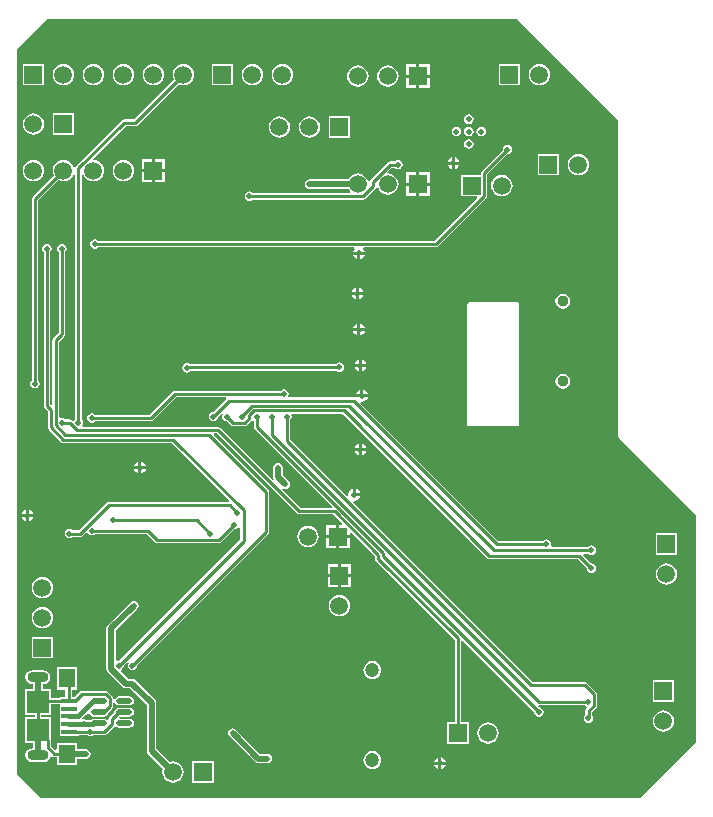
<source format=gbl>
G04*
G04 #@! TF.GenerationSoftware,Altium Limited,Altium Designer,19.1.8 (144)*
G04*
G04 Layer_Physical_Order=2*
G04 Layer_Color=16711680*
%FSLAX25Y25*%
%MOIN*%
G70*
G01*
G75*
%ADD16C,0.01000*%
%ADD75C,0.01968*%
%ADD77C,0.01500*%
%ADD78R,0.05906X0.05906*%
%ADD79C,0.05906*%
%ADD80C,0.03740*%
%ADD81R,0.05906X0.05906*%
%ADD82C,0.01968*%
%ADD83O,0.07087X0.03543*%
%ADD84C,0.04724*%
%ADD85O,0.05315X0.01772*%
%ADD86R,0.05315X0.01575*%
%ADD87R,0.05512X0.06299*%
%ADD88R,0.07480X0.07480*%
G36*
X267578Y360480D02*
X290279Y337779D01*
X298279Y329779D01*
X301481Y326578D01*
Y221500D01*
X301558Y221110D01*
X301779Y220779D01*
X327481Y195078D01*
X327481Y119422D01*
X309078Y101020D01*
X108904D01*
X101020Y108440D01*
Y350578D01*
X110922Y360480D01*
X267578Y360480D01*
D02*
G37*
%LPC*%
G36*
X238587Y345453D02*
X235134D01*
Y342000D01*
X238587D01*
Y345453D01*
D02*
G37*
G36*
X234134D02*
X230681D01*
Y342000D01*
X234134D01*
Y345453D01*
D02*
G37*
G36*
X173043Y345543D02*
X165957D01*
Y338457D01*
X173043D01*
Y345543D01*
D02*
G37*
G36*
X110043D02*
X102957D01*
Y338457D01*
X110043D01*
Y345543D01*
D02*
G37*
G36*
X268677Y345543D02*
X261591D01*
Y338457D01*
X268677D01*
Y345543D01*
D02*
G37*
G36*
X189500Y345574D02*
X188575Y345452D01*
X187713Y345095D01*
X186973Y344527D01*
X186405Y343787D01*
X186048Y342925D01*
X185926Y342000D01*
X186048Y341075D01*
X186405Y340213D01*
X186973Y339473D01*
X187713Y338905D01*
X188575Y338548D01*
X189500Y338426D01*
X190425Y338548D01*
X191287Y338905D01*
X192027Y339473D01*
X192595Y340213D01*
X192952Y341075D01*
X193074Y342000D01*
X192952Y342925D01*
X192595Y343787D01*
X192027Y344527D01*
X191287Y345095D01*
X190425Y345452D01*
X189500Y345574D01*
D02*
G37*
G36*
X179500D02*
X178575Y345452D01*
X177713Y345095D01*
X176973Y344527D01*
X176405Y343787D01*
X176048Y342925D01*
X175926Y342000D01*
X176048Y341075D01*
X176405Y340213D01*
X176973Y339473D01*
X177713Y338905D01*
X178575Y338548D01*
X179500Y338426D01*
X180425Y338548D01*
X181287Y338905D01*
X182027Y339473D01*
X182595Y340213D01*
X182952Y341075D01*
X183074Y342000D01*
X182952Y342925D01*
X182595Y343787D01*
X182027Y344527D01*
X181287Y345095D01*
X180425Y345452D01*
X179500Y345574D01*
D02*
G37*
G36*
X156500D02*
X155575Y345452D01*
X154713Y345095D01*
X153973Y344527D01*
X153405Y343787D01*
X153048Y342925D01*
X152926Y342000D01*
X153048Y341075D01*
X153328Y340400D01*
X140022Y327094D01*
X136764D01*
X136764Y327094D01*
X136339Y327010D01*
X135978Y326769D01*
X135978Y326769D01*
X120714Y311504D01*
X120473Y311144D01*
X119979Y310965D01*
X119930Y310978D01*
X119595Y311787D01*
X119027Y312527D01*
X118287Y313095D01*
X117425Y313452D01*
X116500Y313574D01*
X115575Y313452D01*
X114713Y313095D01*
X113973Y312527D01*
X113405Y311787D01*
X113048Y310925D01*
X112926Y310000D01*
X113048Y309075D01*
X113328Y308400D01*
X106214Y301286D01*
X105973Y300925D01*
X105888Y300500D01*
X105888Y300500D01*
Y240151D01*
X105865Y240135D01*
X105517Y239615D01*
X105394Y239000D01*
X105517Y238386D01*
X105865Y237865D01*
X106386Y237517D01*
X107000Y237394D01*
X107615Y237517D01*
X108135Y237865D01*
X108483Y238386D01*
X108606Y239000D01*
X108483Y239615D01*
X108135Y240135D01*
X108112Y240151D01*
Y300039D01*
X114900Y306827D01*
X115575Y306548D01*
X116500Y306426D01*
X117425Y306548D01*
X118287Y306905D01*
X119027Y307473D01*
X119595Y308213D01*
X119888Y308921D01*
X120388Y308821D01*
Y227151D01*
X120365Y227135D01*
X120102Y226743D01*
X119542Y226596D01*
X119352Y226786D01*
X118991Y227027D01*
X118566Y227112D01*
X118566Y227112D01*
X117151D01*
X117135Y227135D01*
X116614Y227483D01*
X116000Y227606D01*
X115537Y227514D01*
X115037Y227806D01*
Y252941D01*
X116786Y254690D01*
X117027Y255051D01*
X117112Y255477D01*
X117112Y255477D01*
Y282849D01*
X117135Y282865D01*
X117483Y283385D01*
X117606Y284000D01*
X117483Y284614D01*
X117135Y285135D01*
X116614Y285483D01*
X116000Y285606D01*
X115385Y285483D01*
X114865Y285135D01*
X114517Y284614D01*
X114394Y284000D01*
X114517Y283385D01*
X114865Y282865D01*
X114888Y282849D01*
Y255937D01*
X113139Y254188D01*
X112898Y253827D01*
X112813Y253402D01*
X112813Y253402D01*
Y232227D01*
X112313Y231981D01*
X112112Y232135D01*
Y282849D01*
X112135Y282865D01*
X112483Y283385D01*
X112606Y284000D01*
X112483Y284614D01*
X112135Y285135D01*
X111615Y285483D01*
X111000Y285606D01*
X110386Y285483D01*
X109865Y285135D01*
X109517Y284614D01*
X109394Y284000D01*
X109517Y283385D01*
X109865Y282865D01*
X109888Y282849D01*
Y231500D01*
X109888Y231500D01*
X109973Y231075D01*
X110214Y230714D01*
X111223Y229705D01*
Y224482D01*
X111223Y224482D01*
X111307Y224056D01*
X111548Y223695D01*
X115711Y219533D01*
X115711Y219533D01*
X116072Y219292D01*
X116498Y219207D01*
X116498Y219207D01*
X152655D01*
X171750Y200112D01*
X171543Y199612D01*
X131566D01*
X131566Y199612D01*
X131140Y199527D01*
X130780Y199286D01*
X121605Y190112D01*
X119651D01*
X119635Y190135D01*
X119114Y190483D01*
X118500Y190606D01*
X117885Y190483D01*
X117365Y190135D01*
X117017Y189614D01*
X116894Y189000D01*
X117017Y188385D01*
X117365Y187865D01*
X117885Y187517D01*
X118500Y187394D01*
X119114Y187517D01*
X119635Y187865D01*
X119651Y187888D01*
X122066D01*
X122066Y187888D01*
X122491Y187973D01*
X122852Y188214D01*
X124042Y189404D01*
X124602Y189257D01*
X124865Y188865D01*
X125385Y188517D01*
X126000Y188394D01*
X126614Y188517D01*
X127135Y188865D01*
X127151Y188888D01*
X144313D01*
X147062Y186139D01*
X147062Y186139D01*
X147423Y185898D01*
X147848Y185813D01*
X168425D01*
X168425Y185813D01*
X168851Y185898D01*
X169211Y186139D01*
X173472Y190400D01*
X173500Y190394D01*
X174115Y190517D01*
X174635Y190865D01*
X174963Y191355D01*
X174999Y191360D01*
X175463Y191094D01*
Y187035D01*
X135028Y146600D01*
X135000Y146606D01*
X134547Y146516D01*
X134047Y146812D01*
Y156776D01*
X141135Y163865D01*
X141483Y164385D01*
X141606Y165000D01*
X141483Y165614D01*
X141135Y166135D01*
X140614Y166483D01*
X140000Y166606D01*
X139385Y166483D01*
X138865Y166135D01*
X131306Y158576D01*
X130957Y158055D01*
X130835Y157441D01*
X130835Y157441D01*
Y143940D01*
X130835Y143940D01*
X130957Y143325D01*
X131306Y142805D01*
X136246Y137865D01*
X136767Y137517D01*
X137381Y137394D01*
X137381Y137394D01*
X138835D01*
X144268Y131962D01*
Y116627D01*
X144268Y116627D01*
X144390Y116012D01*
X144738Y115491D01*
X149623Y110606D01*
X149548Y110425D01*
X149426Y109500D01*
X149548Y108575D01*
X149905Y107713D01*
X150473Y106973D01*
X151213Y106405D01*
X152075Y106048D01*
X153000Y105926D01*
X153925Y106048D01*
X154787Y106405D01*
X155527Y106973D01*
X156095Y107713D01*
X156452Y108575D01*
X156574Y109500D01*
X156452Y110425D01*
X156095Y111287D01*
X155527Y112027D01*
X154787Y112595D01*
X153925Y112952D01*
X153000Y113074D01*
X152075Y112952D01*
X151894Y112877D01*
X147479Y117292D01*
Y132627D01*
X147479Y132627D01*
X147357Y133241D01*
X147009Y133762D01*
X140635Y140135D01*
X140635Y140135D01*
X140114Y140483D01*
X139500Y140606D01*
X138046D01*
X135608Y143044D01*
X135751Y143608D01*
X136135Y143865D01*
X136483Y144386D01*
X136606Y145000D01*
X136600Y145028D01*
X137842Y146270D01*
X137885Y146294D01*
X138263Y145984D01*
X138197Y145884D01*
X138017Y145615D01*
X137894Y145000D01*
X138017Y144386D01*
X138365Y143865D01*
X138885Y143517D01*
X139500Y143394D01*
X140114Y143517D01*
X140635Y143865D01*
X140983Y144386D01*
X141106Y145000D01*
X141100Y145028D01*
X184786Y188714D01*
X184786Y188714D01*
X185027Y189075D01*
X185112Y189500D01*
Y203000D01*
X185027Y203426D01*
X184786Y203786D01*
X166646Y221926D01*
X166838Y222388D01*
X167605D01*
X194280Y195714D01*
X194280Y195714D01*
X194640Y195473D01*
X195066Y195388D01*
X195066Y195388D01*
X206487D01*
X209461Y192415D01*
X209269Y191953D01*
X208500D01*
Y188500D01*
X211953D01*
Y189269D01*
X212415Y189461D01*
X220388Y181487D01*
Y180552D01*
X220388Y180552D01*
X220473Y180127D01*
X220714Y179766D01*
X246888Y153592D01*
Y126043D01*
X244457D01*
Y118957D01*
X251543D01*
Y126043D01*
X249112D01*
Y153162D01*
X249574Y153354D01*
X273400Y129528D01*
X273394Y129500D01*
X273517Y128885D01*
X273865Y128365D01*
X274386Y128017D01*
X275000Y127894D01*
X275615Y128017D01*
X276135Y128365D01*
X276483Y128885D01*
X276606Y129500D01*
X276483Y130114D01*
X276135Y130635D01*
X275615Y130983D01*
X275000Y131106D01*
X274972Y131100D01*
X274618Y131454D01*
X274865Y131915D01*
X275000Y131888D01*
X275000Y131888D01*
X290099D01*
X290115Y131865D01*
X290635Y131517D01*
X290805Y131483D01*
X290969Y130940D01*
X290800Y130771D01*
X290559Y130410D01*
X290474Y129984D01*
X290474Y129984D01*
Y128708D01*
X290365Y128635D01*
X290017Y128114D01*
X289894Y127500D01*
X290017Y126885D01*
X290365Y126365D01*
X290885Y126017D01*
X291500Y125894D01*
X292114Y126017D01*
X292635Y126365D01*
X292983Y126885D01*
X293106Y127500D01*
X292983Y128114D01*
X292698Y128542D01*
Y129524D01*
X294111Y130937D01*
X294111Y130937D01*
X294352Y131298D01*
X294437Y131723D01*
X294437Y131723D01*
Y135410D01*
X294437Y135411D01*
X294352Y135836D01*
X294111Y136197D01*
X294111Y136197D01*
X291022Y139286D01*
X290661Y139527D01*
X290235Y139612D01*
X290235Y139612D01*
X272961D01*
X213007Y199565D01*
X213254Y200026D01*
X213500Y199977D01*
X214274Y200131D01*
X214931Y200569D01*
X215369Y201226D01*
X215424Y201500D01*
X213500D01*
Y202000D01*
X213000D01*
Y203924D01*
X212726Y203869D01*
X212069Y203431D01*
X211631Y202774D01*
X211477Y202000D01*
X211526Y201754D01*
X211065Y201507D01*
X192112Y220461D01*
Y226849D01*
X192135Y226865D01*
X192483Y227385D01*
X192606Y228000D01*
X192514Y228463D01*
X192806Y228963D01*
X209465D01*
X257714Y180714D01*
X258074Y180473D01*
X258500Y180388D01*
X288039D01*
X290900Y177528D01*
X290894Y177500D01*
X291017Y176885D01*
X291365Y176365D01*
X291885Y176017D01*
X292500Y175894D01*
X293114Y176017D01*
X293635Y176365D01*
X293983Y176885D01*
X294106Y177500D01*
X293983Y178114D01*
X293635Y178635D01*
X293114Y178983D01*
X292500Y179106D01*
X292472Y179100D01*
X289759Y181813D01*
X289966Y182313D01*
X291441D01*
X291885Y182017D01*
X292500Y181894D01*
X293114Y182017D01*
X293635Y182365D01*
X293983Y182886D01*
X294106Y183500D01*
X293983Y184115D01*
X293635Y184635D01*
X293114Y184983D01*
X292500Y185106D01*
X291885Y184983D01*
X291365Y184635D01*
X291299Y184537D01*
X279306D01*
X279014Y185037D01*
X279106Y185500D01*
X278983Y186115D01*
X278635Y186635D01*
X278115Y186983D01*
X277500Y187106D01*
X276886Y186983D01*
X276365Y186635D01*
X276349Y186612D01*
X261461D01*
X215507Y232565D01*
X215754Y233026D01*
X216000Y232977D01*
X216774Y233131D01*
X217431Y233569D01*
X217869Y234226D01*
X217924Y234500D01*
X213908D01*
X213846Y234444D01*
X213607Y234296D01*
X213244Y234368D01*
X213244Y234368D01*
X191668D01*
X191432Y234809D01*
X191483Y234886D01*
X191606Y235500D01*
X191483Y236115D01*
X191135Y236635D01*
X190614Y236983D01*
X190000Y237106D01*
X189385Y236983D01*
X188865Y236635D01*
X188849Y236612D01*
X153631D01*
X153631Y236612D01*
X153206Y236527D01*
X152845Y236286D01*
X145170Y228612D01*
X127151D01*
X127135Y228635D01*
X126614Y228983D01*
X126000Y229106D01*
X125385Y228983D01*
X124865Y228635D01*
X124517Y228115D01*
X124394Y227500D01*
X124517Y226886D01*
X124865Y226365D01*
X125385Y226017D01*
X126000Y225894D01*
X126614Y226017D01*
X127135Y226365D01*
X127151Y226388D01*
X145631D01*
X145631Y226388D01*
X146057Y226473D01*
X146417Y226714D01*
X154092Y234388D01*
X170608D01*
X170816Y233888D01*
X166528Y229600D01*
X166500Y229606D01*
X165885Y229483D01*
X165365Y229135D01*
X165017Y228614D01*
X164894Y228000D01*
X165017Y227385D01*
X165365Y226865D01*
X165885Y226517D01*
X166500Y226394D01*
X167114Y226517D01*
X167635Y226865D01*
X167983Y227385D01*
X168106Y228000D01*
X168100Y228028D01*
X169342Y229270D01*
X169385Y229294D01*
X169763Y228984D01*
X169697Y228884D01*
X169517Y228614D01*
X169394Y228000D01*
X169517Y227385D01*
X169865Y226865D01*
X170386Y226517D01*
X171000Y226394D01*
X171028Y226400D01*
X172289Y225139D01*
X172649Y224898D01*
X173075Y224813D01*
X173075Y224813D01*
X176859D01*
X176859Y224813D01*
X177285Y224898D01*
X177646Y225139D01*
X179286Y226780D01*
X179714Y226541D01*
X179888Y226388D01*
Y224697D01*
X179888Y224697D01*
X179973Y224272D01*
X180214Y223911D01*
X206051Y198074D01*
X205859Y197612D01*
X195526D01*
X189396Y203742D01*
X189715Y204131D01*
X189885Y204017D01*
X190500Y203894D01*
X191114Y204017D01*
X191635Y204365D01*
X191983Y204886D01*
X192106Y205500D01*
X191983Y206115D01*
X191635Y206635D01*
X191635Y206635D01*
X189606Y208665D01*
Y211000D01*
X189483Y211614D01*
X189135Y212135D01*
X188614Y212483D01*
X188000Y212606D01*
X187385Y212483D01*
X186865Y212135D01*
X186517Y211614D01*
X186394Y211000D01*
Y208000D01*
X186394Y208000D01*
X186517Y207385D01*
X186631Y207215D01*
X186242Y206896D01*
X168852Y224286D01*
X168491Y224527D01*
X168066Y224612D01*
X168066Y224612D01*
X123068D01*
X122801Y225112D01*
X122983Y225385D01*
X123106Y226000D01*
X122983Y226614D01*
X122635Y227135D01*
X122612Y227151D01*
Y308821D01*
X123112Y308921D01*
X123405Y308213D01*
X123973Y307473D01*
X124713Y306905D01*
X125575Y306548D01*
X126500Y306426D01*
X127425Y306548D01*
X128287Y306905D01*
X129027Y307473D01*
X129595Y308213D01*
X129952Y309075D01*
X130074Y310000D01*
X129952Y310925D01*
X129595Y311787D01*
X129027Y312527D01*
X128287Y313095D01*
X127425Y313452D01*
X126620Y313558D01*
X126372Y314018D01*
X137225Y324870D01*
X140482D01*
X140482Y324870D01*
X140908Y324955D01*
X141269Y325196D01*
X154900Y338827D01*
X155575Y338548D01*
X156500Y338426D01*
X157425Y338548D01*
X158287Y338905D01*
X159027Y339473D01*
X159595Y340213D01*
X159952Y341075D01*
X160074Y342000D01*
X159952Y342925D01*
X159595Y343787D01*
X159027Y344527D01*
X158287Y345095D01*
X157425Y345452D01*
X156500Y345574D01*
D02*
G37*
G36*
X146500D02*
X145575Y345452D01*
X144713Y345095D01*
X143973Y344527D01*
X143405Y343787D01*
X143048Y342925D01*
X142926Y342000D01*
X143048Y341075D01*
X143405Y340213D01*
X143973Y339473D01*
X144713Y338905D01*
X145575Y338548D01*
X146500Y338426D01*
X147425Y338548D01*
X148287Y338905D01*
X149027Y339473D01*
X149595Y340213D01*
X149952Y341075D01*
X150074Y342000D01*
X149952Y342925D01*
X149595Y343787D01*
X149027Y344527D01*
X148287Y345095D01*
X147425Y345452D01*
X146500Y345574D01*
D02*
G37*
G36*
X136500D02*
X135575Y345452D01*
X134713Y345095D01*
X133973Y344527D01*
X133405Y343787D01*
X133048Y342925D01*
X132926Y342000D01*
X133048Y341075D01*
X133405Y340213D01*
X133973Y339473D01*
X134713Y338905D01*
X135575Y338548D01*
X136500Y338426D01*
X137425Y338548D01*
X138287Y338905D01*
X139027Y339473D01*
X139595Y340213D01*
X139952Y341075D01*
X140074Y342000D01*
X139952Y342925D01*
X139595Y343787D01*
X139027Y344527D01*
X138287Y345095D01*
X137425Y345452D01*
X136500Y345574D01*
D02*
G37*
G36*
X126500D02*
X125575Y345452D01*
X124713Y345095D01*
X123973Y344527D01*
X123405Y343787D01*
X123048Y342925D01*
X122926Y342000D01*
X123048Y341075D01*
X123405Y340213D01*
X123973Y339473D01*
X124713Y338905D01*
X125575Y338548D01*
X126500Y338426D01*
X127425Y338548D01*
X128287Y338905D01*
X129027Y339473D01*
X129595Y340213D01*
X129952Y341075D01*
X130074Y342000D01*
X129952Y342925D01*
X129595Y343787D01*
X129027Y344527D01*
X128287Y345095D01*
X127425Y345452D01*
X126500Y345574D01*
D02*
G37*
G36*
X116500D02*
X115575Y345452D01*
X114713Y345095D01*
X113973Y344527D01*
X113405Y343787D01*
X113048Y342925D01*
X112926Y342000D01*
X113048Y341075D01*
X113405Y340213D01*
X113973Y339473D01*
X114713Y338905D01*
X115575Y338548D01*
X116500Y338426D01*
X117425Y338548D01*
X118287Y338905D01*
X119027Y339473D01*
X119595Y340213D01*
X119952Y341075D01*
X120074Y342000D01*
X119952Y342925D01*
X119595Y343787D01*
X119027Y344527D01*
X118287Y345095D01*
X117425Y345452D01*
X116500Y345574D01*
D02*
G37*
G36*
X275134Y345574D02*
X274209Y345452D01*
X273347Y345095D01*
X272607Y344527D01*
X272039Y343787D01*
X271682Y342925D01*
X271560Y342000D01*
X271682Y341075D01*
X272039Y340213D01*
X272607Y339473D01*
X273347Y338905D01*
X274209Y338548D01*
X275134Y338426D01*
X276059Y338548D01*
X276921Y338905D01*
X277661Y339473D01*
X278229Y340213D01*
X278586Y341075D01*
X278708Y342000D01*
X278586Y342925D01*
X278229Y343787D01*
X277661Y344527D01*
X276921Y345095D01*
X276059Y345452D01*
X275134Y345574D01*
D02*
G37*
G36*
X224634Y345074D02*
X223709Y344952D01*
X222847Y344595D01*
X222107Y344027D01*
X221539Y343287D01*
X221182Y342425D01*
X221060Y341500D01*
X221182Y340575D01*
X221539Y339713D01*
X222107Y338973D01*
X222847Y338405D01*
X223709Y338048D01*
X224634Y337926D01*
X225559Y338048D01*
X226421Y338405D01*
X227161Y338973D01*
X227729Y339713D01*
X228086Y340575D01*
X228208Y341500D01*
X228086Y342425D01*
X227729Y343287D01*
X227161Y344027D01*
X226421Y344595D01*
X225559Y344952D01*
X224634Y345074D01*
D02*
G37*
G36*
X214634D02*
X213709Y344952D01*
X212847Y344595D01*
X212107Y344027D01*
X211539Y343287D01*
X211182Y342425D01*
X211060Y341500D01*
X211182Y340575D01*
X211539Y339713D01*
X212107Y338973D01*
X212847Y338405D01*
X213709Y338048D01*
X214634Y337926D01*
X215559Y338048D01*
X216421Y338405D01*
X217161Y338973D01*
X217729Y339713D01*
X218086Y340575D01*
X218208Y341500D01*
X218086Y342425D01*
X217729Y343287D01*
X217161Y344027D01*
X216421Y344595D01*
X215559Y344952D01*
X214634Y345074D01*
D02*
G37*
G36*
X238587Y341000D02*
X235134D01*
Y337547D01*
X238587D01*
Y341000D01*
D02*
G37*
G36*
X234134D02*
X230681D01*
Y337547D01*
X234134D01*
Y341000D01*
D02*
G37*
G36*
X251634Y328740D02*
X251019Y328617D01*
X250499Y328269D01*
X250150Y327748D01*
X250028Y327134D01*
X250150Y326519D01*
X250499Y325998D01*
X251019Y325650D01*
X251634Y325528D01*
X252248Y325650D01*
X252769Y325998D01*
X253117Y326519D01*
X253239Y327134D01*
X253117Y327748D01*
X252769Y328269D01*
X252248Y328617D01*
X251634Y328740D01*
D02*
G37*
G36*
X120043Y329043D02*
X112957D01*
Y321957D01*
X120043D01*
Y329043D01*
D02*
G37*
G36*
X106500Y329074D02*
X105575Y328952D01*
X104713Y328595D01*
X103973Y328027D01*
X103405Y327287D01*
X103048Y326425D01*
X102926Y325500D01*
X103048Y324575D01*
X103405Y323713D01*
X103973Y322973D01*
X104713Y322405D01*
X105575Y322048D01*
X106500Y321926D01*
X107425Y322048D01*
X108287Y322405D01*
X109027Y322973D01*
X109595Y323713D01*
X109952Y324575D01*
X110074Y325500D01*
X109952Y326425D01*
X109595Y327287D01*
X109027Y328027D01*
X108287Y328595D01*
X107425Y328952D01*
X106500Y329074D01*
D02*
G37*
G36*
X255768Y324606D02*
X255153Y324483D01*
X254632Y324135D01*
X254284Y323615D01*
X254162Y323000D01*
X254284Y322386D01*
X254632Y321865D01*
X255153Y321517D01*
X255768Y321394D01*
X256382Y321517D01*
X256903Y321865D01*
X257251Y322386D01*
X257373Y323000D01*
X257251Y323615D01*
X256903Y324135D01*
X256382Y324483D01*
X255768Y324606D01*
D02*
G37*
G36*
X251634D02*
X251019Y324483D01*
X250499Y324135D01*
X250150Y323615D01*
X250028Y323000D01*
X250150Y322386D01*
X250499Y321865D01*
X251019Y321517D01*
X251634Y321394D01*
X252248Y321517D01*
X252769Y321865D01*
X253117Y322386D01*
X253239Y323000D01*
X253117Y323615D01*
X252769Y324135D01*
X252248Y324483D01*
X251634Y324606D01*
D02*
G37*
G36*
X247500D02*
X246885Y324483D01*
X246365Y324135D01*
X246017Y323615D01*
X245894Y323000D01*
X246017Y322386D01*
X246365Y321865D01*
X246885Y321517D01*
X247500Y321394D01*
X248114Y321517D01*
X248635Y321865D01*
X248983Y322386D01*
X249106Y323000D01*
X248983Y323615D01*
X248635Y324135D01*
X248114Y324483D01*
X247500Y324606D01*
D02*
G37*
G36*
X212043Y328043D02*
X204957D01*
Y320957D01*
X212043D01*
Y328043D01*
D02*
G37*
G36*
X198500Y328074D02*
X197575Y327952D01*
X196713Y327595D01*
X195973Y327027D01*
X195405Y326287D01*
X195048Y325425D01*
X194926Y324500D01*
X195048Y323575D01*
X195405Y322713D01*
X195973Y321973D01*
X196713Y321405D01*
X197575Y321048D01*
X198500Y320926D01*
X199425Y321048D01*
X200287Y321405D01*
X201027Y321973D01*
X201595Y322713D01*
X201952Y323575D01*
X202074Y324500D01*
X201952Y325425D01*
X201595Y326287D01*
X201027Y327027D01*
X200287Y327595D01*
X199425Y327952D01*
X198500Y328074D01*
D02*
G37*
G36*
X188500D02*
X187575Y327952D01*
X186713Y327595D01*
X185973Y327027D01*
X185405Y326287D01*
X185048Y325425D01*
X184926Y324500D01*
X185048Y323575D01*
X185405Y322713D01*
X185973Y321973D01*
X186713Y321405D01*
X187575Y321048D01*
X188500Y320926D01*
X189425Y321048D01*
X190287Y321405D01*
X191027Y321973D01*
X191595Y322713D01*
X191952Y323575D01*
X192074Y324500D01*
X191952Y325425D01*
X191595Y326287D01*
X191027Y327027D01*
X190287Y327595D01*
X189425Y327952D01*
X188500Y328074D01*
D02*
G37*
G36*
X251634Y320472D02*
X251019Y320350D01*
X250499Y320002D01*
X250150Y319481D01*
X250028Y318866D01*
X250150Y318252D01*
X250499Y317731D01*
X251019Y317383D01*
X251634Y317261D01*
X252248Y317383D01*
X252769Y317731D01*
X253117Y318252D01*
X253239Y318866D01*
X253117Y319481D01*
X252769Y320002D01*
X252248Y320350D01*
X251634Y320472D01*
D02*
G37*
G36*
X264500Y318606D02*
X263885Y318483D01*
X263365Y318135D01*
X263017Y317615D01*
X262894Y317000D01*
X262900Y316972D01*
X255891Y309963D01*
X255650Y309603D01*
X255565Y309177D01*
X255565Y309177D01*
Y308543D01*
X249091D01*
Y301457D01*
X254313D01*
X254504Y300995D01*
X240121Y286612D01*
X128151D01*
X128135Y286635D01*
X127614Y286983D01*
X127000Y287106D01*
X126385Y286983D01*
X125865Y286635D01*
X125517Y286115D01*
X125394Y285500D01*
X125517Y284886D01*
X125865Y284365D01*
X126385Y284017D01*
X127000Y283894D01*
X127614Y284017D01*
X128135Y284365D01*
X128151Y284388D01*
X213354D01*
X213492Y284095D01*
X213541Y283888D01*
X213131Y283274D01*
X213076Y283000D01*
X216924D01*
X216869Y283274D01*
X216459Y283888D01*
X216508Y284095D01*
X216646Y284388D01*
X240582D01*
X240582Y284388D01*
X241007Y284473D01*
X241368Y284714D01*
X257463Y300809D01*
X257704Y301170D01*
X257789Y301595D01*
X257789Y301596D01*
Y308717D01*
X264472Y315400D01*
X264500Y315394D01*
X265114Y315517D01*
X265635Y315865D01*
X265983Y316386D01*
X266106Y317000D01*
X265983Y317615D01*
X265635Y318135D01*
X265114Y318483D01*
X264500Y318606D01*
D02*
G37*
G36*
X228000Y313606D02*
X227385Y313483D01*
X226865Y313135D01*
X226849Y313112D01*
X225416D01*
X225416Y313112D01*
X224990Y313027D01*
X224629Y312786D01*
X224629Y312786D01*
X218848Y307004D01*
X218607Y306644D01*
X218113Y306465D01*
X218064Y306478D01*
X217729Y307287D01*
X217161Y308027D01*
X216421Y308595D01*
X215559Y308952D01*
X214634Y309074D01*
X213709Y308952D01*
X212847Y308595D01*
X212107Y308027D01*
X211539Y307287D01*
X211464Y307106D01*
X198500D01*
X197886Y306983D01*
X197365Y306635D01*
X197017Y306115D01*
X196894Y305500D01*
X197017Y304886D01*
X197365Y304365D01*
X197886Y304017D01*
X198500Y303894D01*
X211464D01*
X211539Y303713D01*
X212033Y303069D01*
X211883Y302569D01*
X179680D01*
X179635Y302635D01*
X179114Y302983D01*
X178500Y303106D01*
X177885Y302983D01*
X177365Y302635D01*
X177017Y302115D01*
X176894Y301500D01*
X177017Y300886D01*
X177365Y300365D01*
X177885Y300017D01*
X178500Y299894D01*
X179114Y300017D01*
X179606Y300345D01*
X216309D01*
X216309Y300345D01*
X216734Y300429D01*
X217095Y300670D01*
X220420Y303996D01*
X220420Y303996D01*
X220661Y304356D01*
X221155Y304535D01*
X221204Y304522D01*
X221539Y303713D01*
X222107Y302973D01*
X222847Y302405D01*
X223709Y302048D01*
X224634Y301926D01*
X225559Y302048D01*
X226421Y302405D01*
X227161Y302973D01*
X227729Y303713D01*
X228086Y304575D01*
X228208Y305500D01*
X228086Y306425D01*
X227729Y307287D01*
X227161Y308027D01*
X226421Y308595D01*
X225559Y308952D01*
X224753Y309058D01*
X224506Y309518D01*
X225876Y310888D01*
X226849D01*
X226865Y310865D01*
X227385Y310517D01*
X228000Y310394D01*
X228614Y310517D01*
X229135Y310865D01*
X229483Y311385D01*
X229606Y312000D01*
X229483Y312614D01*
X229135Y313135D01*
X228614Y313483D01*
X228000Y313606D01*
D02*
G37*
G36*
X247000Y314424D02*
Y313000D01*
X248424D01*
X248369Y313274D01*
X247931Y313931D01*
X247274Y314369D01*
X247000Y314424D01*
D02*
G37*
G36*
X246000D02*
X245726Y314369D01*
X245069Y313931D01*
X244631Y313274D01*
X244576Y313000D01*
X246000D01*
Y314424D01*
D02*
G37*
G36*
X248424Y312000D02*
X247000D01*
Y310576D01*
X247274Y310631D01*
X247931Y311069D01*
X248369Y311726D01*
X248424Y312000D01*
D02*
G37*
G36*
X246000D02*
X244576D01*
X244631Y311726D01*
X245069Y311069D01*
X245726Y310631D01*
X246000Y310576D01*
Y312000D01*
D02*
G37*
G36*
X150453Y313953D02*
X147000D01*
Y310500D01*
X150453D01*
Y313953D01*
D02*
G37*
G36*
X146000D02*
X142547D01*
Y310500D01*
X146000D01*
Y313953D01*
D02*
G37*
G36*
X281677Y315543D02*
X274591D01*
Y308457D01*
X281677D01*
Y315543D01*
D02*
G37*
G36*
X288134Y315574D02*
X287209Y315452D01*
X286347Y315095D01*
X285607Y314527D01*
X285039Y313787D01*
X284682Y312925D01*
X284560Y312000D01*
X284682Y311075D01*
X285039Y310213D01*
X285607Y309473D01*
X286347Y308905D01*
X287209Y308548D01*
X288134Y308426D01*
X289059Y308548D01*
X289921Y308905D01*
X290661Y309473D01*
X291229Y310213D01*
X291586Y311075D01*
X291708Y312000D01*
X291586Y312925D01*
X291229Y313787D01*
X290661Y314527D01*
X289921Y315095D01*
X289059Y315452D01*
X288134Y315574D01*
D02*
G37*
G36*
X136500Y313574D02*
X135575Y313452D01*
X134713Y313095D01*
X133973Y312527D01*
X133405Y311787D01*
X133048Y310925D01*
X132926Y310000D01*
X133048Y309075D01*
X133405Y308213D01*
X133973Y307473D01*
X134713Y306905D01*
X135575Y306548D01*
X136500Y306426D01*
X137425Y306548D01*
X138287Y306905D01*
X139027Y307473D01*
X139595Y308213D01*
X139952Y309075D01*
X140074Y310000D01*
X139952Y310925D01*
X139595Y311787D01*
X139027Y312527D01*
X138287Y313095D01*
X137425Y313452D01*
X136500Y313574D01*
D02*
G37*
G36*
X106500D02*
X105575Y313452D01*
X104713Y313095D01*
X103973Y312527D01*
X103405Y311787D01*
X103048Y310925D01*
X102926Y310000D01*
X103048Y309075D01*
X103405Y308213D01*
X103973Y307473D01*
X104713Y306905D01*
X105575Y306548D01*
X106500Y306426D01*
X107425Y306548D01*
X108287Y306905D01*
X109027Y307473D01*
X109595Y308213D01*
X109952Y309075D01*
X110074Y310000D01*
X109952Y310925D01*
X109595Y311787D01*
X109027Y312527D01*
X108287Y313095D01*
X107425Y313452D01*
X106500Y313574D01*
D02*
G37*
G36*
X150453Y309500D02*
X147000D01*
Y306047D01*
X150453D01*
Y309500D01*
D02*
G37*
G36*
X146000D02*
X142547D01*
Y306047D01*
X146000D01*
Y309500D01*
D02*
G37*
G36*
X238587Y309453D02*
X235134D01*
Y306000D01*
X238587D01*
Y309453D01*
D02*
G37*
G36*
X234134D02*
X230681D01*
Y306000D01*
X234134D01*
Y309453D01*
D02*
G37*
G36*
X238587Y305000D02*
X235134D01*
Y301547D01*
X238587D01*
Y305000D01*
D02*
G37*
G36*
X234134D02*
X230681D01*
Y301547D01*
X234134D01*
Y305000D01*
D02*
G37*
G36*
X262634Y308574D02*
X261709Y308452D01*
X260847Y308095D01*
X260107Y307527D01*
X259539Y306787D01*
X259182Y305925D01*
X259060Y305000D01*
X259182Y304075D01*
X259539Y303213D01*
X260107Y302473D01*
X260847Y301905D01*
X261709Y301548D01*
X262634Y301426D01*
X263559Y301548D01*
X264421Y301905D01*
X265161Y302473D01*
X265729Y303213D01*
X266086Y304075D01*
X266208Y305000D01*
X266086Y305925D01*
X265729Y306787D01*
X265161Y307527D01*
X264421Y308095D01*
X263559Y308452D01*
X262634Y308574D01*
D02*
G37*
G36*
X216924Y282000D02*
X215500D01*
Y280576D01*
X215774Y280631D01*
X216431Y281069D01*
X216869Y281726D01*
X216924Y282000D01*
D02*
G37*
G36*
X214500D02*
X213076D01*
X213131Y281726D01*
X213569Y281069D01*
X214226Y280631D01*
X214500Y280576D01*
Y282000D01*
D02*
G37*
G36*
X215000Y270924D02*
Y269500D01*
X216424D01*
X216369Y269774D01*
X215931Y270431D01*
X215274Y270869D01*
X215000Y270924D01*
D02*
G37*
G36*
X214000D02*
X213726Y270869D01*
X213069Y270431D01*
X212631Y269774D01*
X212576Y269500D01*
X214000D01*
Y270924D01*
D02*
G37*
G36*
X216424Y268500D02*
X215000D01*
Y267076D01*
X215274Y267131D01*
X215931Y267569D01*
X216369Y268226D01*
X216424Y268500D01*
D02*
G37*
G36*
X214000D02*
X212576D01*
X212631Y268226D01*
X213069Y267569D01*
X213726Y267131D01*
X214000Y267076D01*
Y268500D01*
D02*
G37*
G36*
X283000Y269009D02*
X282040Y268818D01*
X281226Y268274D01*
X280682Y267460D01*
X280491Y266500D01*
X280682Y265540D01*
X281226Y264726D01*
X282040Y264182D01*
X283000Y263991D01*
X283960Y264182D01*
X284774Y264726D01*
X285318Y265540D01*
X285509Y266500D01*
X285318Y267460D01*
X284774Y268274D01*
X283960Y268818D01*
X283000Y269009D01*
D02*
G37*
G36*
X215500Y258924D02*
Y257500D01*
X216924D01*
X216869Y257774D01*
X216431Y258431D01*
X215774Y258869D01*
X215500Y258924D01*
D02*
G37*
G36*
X214500D02*
X214226Y258869D01*
X213569Y258431D01*
X213131Y257774D01*
X213076Y257500D01*
X214500D01*
Y258924D01*
D02*
G37*
G36*
X216924Y256500D02*
X215500D01*
Y255076D01*
X215774Y255131D01*
X216431Y255569D01*
X216869Y256226D01*
X216924Y256500D01*
D02*
G37*
G36*
X214500D02*
X213076D01*
X213131Y256226D01*
X213569Y255569D01*
X214226Y255131D01*
X214500Y255076D01*
Y256500D01*
D02*
G37*
G36*
X216000Y246924D02*
Y245500D01*
X217424D01*
X217369Y245774D01*
X216931Y246431D01*
X216274Y246869D01*
X216000Y246924D01*
D02*
G37*
G36*
X215000D02*
X214726Y246869D01*
X214069Y246431D01*
X213631Y245774D01*
X213576Y245500D01*
X215000D01*
Y246924D01*
D02*
G37*
G36*
X208500Y246106D02*
X207886Y245983D01*
X207365Y245635D01*
X207265Y245487D01*
X158733D01*
X158364Y245733D01*
X157750Y245856D01*
X157135Y245733D01*
X156615Y245385D01*
X156267Y244865D01*
X156144Y244250D01*
X156267Y243636D01*
X156615Y243115D01*
X157135Y242767D01*
X157750Y242644D01*
X158364Y242767D01*
X158885Y243115D01*
X158985Y243263D01*
X207517D01*
X207886Y243017D01*
X208500Y242894D01*
X209115Y243017D01*
X209635Y243365D01*
X209983Y243885D01*
X210106Y244500D01*
X209983Y245114D01*
X209635Y245635D01*
X209115Y245983D01*
X208500Y246106D01*
D02*
G37*
G36*
X217424Y244500D02*
X216000D01*
Y243076D01*
X216274Y243131D01*
X216931Y243569D01*
X217369Y244226D01*
X217424Y244500D01*
D02*
G37*
G36*
X215000D02*
X213576D01*
X213631Y244226D01*
X214069Y243569D01*
X214726Y243131D01*
X215000Y243076D01*
Y244500D01*
D02*
G37*
G36*
X283000Y242237D02*
X282040Y242046D01*
X281226Y241502D01*
X280682Y240688D01*
X280491Y239728D01*
X280682Y238768D01*
X281226Y237954D01*
X282040Y237410D01*
X283000Y237220D01*
X283960Y237410D01*
X284774Y237954D01*
X285318Y238768D01*
X285509Y239728D01*
X285318Y240688D01*
X284774Y241502D01*
X283960Y242046D01*
X283000Y242237D01*
D02*
G37*
G36*
X216500Y236924D02*
Y235500D01*
X217924D01*
X217869Y235774D01*
X217431Y236431D01*
X216774Y236869D01*
X216500Y236924D01*
D02*
G37*
G36*
X215500D02*
X215226Y236869D01*
X214569Y236431D01*
X214131Y235774D01*
X214076Y235500D01*
X215500D01*
Y236924D01*
D02*
G37*
G36*
X267764Y266155D02*
X251819D01*
X251367Y265968D01*
X251180Y265516D01*
Y225358D01*
X251367Y224906D01*
X251819Y224719D01*
X267764D01*
X268216Y224906D01*
X268403Y225358D01*
Y265516D01*
X268216Y265968D01*
X267764Y266155D01*
D02*
G37*
G36*
X216000Y218924D02*
Y217500D01*
X217424D01*
X217369Y217774D01*
X216931Y218431D01*
X216274Y218869D01*
X216000Y218924D01*
D02*
G37*
G36*
X215000D02*
X214726Y218869D01*
X214069Y218431D01*
X213631Y217774D01*
X213576Y217500D01*
X215000D01*
Y218924D01*
D02*
G37*
G36*
X217424Y216500D02*
X216000D01*
Y215076D01*
X216274Y215131D01*
X216931Y215569D01*
X217369Y216226D01*
X217424Y216500D01*
D02*
G37*
G36*
X215000D02*
X213576D01*
X213631Y216226D01*
X214069Y215569D01*
X214726Y215131D01*
X215000Y215076D01*
Y216500D01*
D02*
G37*
G36*
X142500Y212924D02*
Y211500D01*
X143924D01*
X143869Y211774D01*
X143431Y212431D01*
X142774Y212869D01*
X142500Y212924D01*
D02*
G37*
G36*
X141500D02*
X141226Y212869D01*
X140569Y212431D01*
X140131Y211774D01*
X140076Y211500D01*
X141500D01*
Y212924D01*
D02*
G37*
G36*
X143924Y210500D02*
X142500D01*
Y209076D01*
X142774Y209131D01*
X143431Y209569D01*
X143869Y210226D01*
X143924Y210500D01*
D02*
G37*
G36*
X141500D02*
X140076D01*
X140131Y210226D01*
X140569Y209569D01*
X141226Y209131D01*
X141500Y209076D01*
Y210500D01*
D02*
G37*
G36*
X214000Y203924D02*
Y202500D01*
X215424D01*
X215369Y202774D01*
X214931Y203431D01*
X214274Y203869D01*
X214000Y203924D01*
D02*
G37*
G36*
X105000Y196924D02*
Y195500D01*
X106424D01*
X106369Y195774D01*
X105931Y196431D01*
X105274Y196869D01*
X105000Y196924D01*
D02*
G37*
G36*
X104000D02*
X103726Y196869D01*
X103069Y196431D01*
X102631Y195774D01*
X102576Y195500D01*
X104000D01*
Y196924D01*
D02*
G37*
G36*
X106424Y194500D02*
X105000D01*
Y193076D01*
X105274Y193131D01*
X105931Y193569D01*
X106369Y194226D01*
X106424Y194500D01*
D02*
G37*
G36*
X104000D02*
X102576D01*
X102631Y194226D01*
X103069Y193569D01*
X103726Y193131D01*
X104000Y193076D01*
Y194500D01*
D02*
G37*
G36*
X207500Y191953D02*
X204047D01*
Y188500D01*
X207500D01*
Y191953D01*
D02*
G37*
G36*
X198000Y191574D02*
X197075Y191452D01*
X196213Y191095D01*
X195473Y190527D01*
X194905Y189787D01*
X194548Y188925D01*
X194426Y188000D01*
X194548Y187075D01*
X194905Y186213D01*
X195473Y185473D01*
X196213Y184905D01*
X197075Y184548D01*
X198000Y184426D01*
X198925Y184548D01*
X199787Y184905D01*
X200527Y185473D01*
X201095Y186213D01*
X201452Y187075D01*
X201574Y188000D01*
X201452Y188925D01*
X201095Y189787D01*
X200527Y190527D01*
X199787Y191095D01*
X198925Y191452D01*
X198000Y191574D01*
D02*
G37*
G36*
X211953Y187500D02*
X208500D01*
Y184047D01*
X211953D01*
Y187500D01*
D02*
G37*
G36*
X207500D02*
X204047D01*
Y184047D01*
X207500D01*
Y187500D01*
D02*
G37*
G36*
X321043Y189043D02*
X313957D01*
Y181957D01*
X321043D01*
Y189043D01*
D02*
G37*
G36*
X212453Y178953D02*
X209000D01*
Y175500D01*
X212453D01*
Y178953D01*
D02*
G37*
G36*
X208000D02*
X204547D01*
Y175500D01*
X208000D01*
Y178953D01*
D02*
G37*
G36*
X317500Y179074D02*
X316575Y178952D01*
X315713Y178595D01*
X314973Y178027D01*
X314405Y177287D01*
X314048Y176425D01*
X313926Y175500D01*
X314048Y174575D01*
X314405Y173713D01*
X314973Y172973D01*
X315713Y172405D01*
X316575Y172048D01*
X317500Y171926D01*
X318425Y172048D01*
X319287Y172405D01*
X320027Y172973D01*
X320595Y173713D01*
X320952Y174575D01*
X321074Y175500D01*
X320952Y176425D01*
X320595Y177287D01*
X320027Y178027D01*
X319287Y178595D01*
X318425Y178952D01*
X317500Y179074D01*
D02*
G37*
G36*
X212453Y174500D02*
X209000D01*
Y171047D01*
X212453D01*
Y174500D01*
D02*
G37*
G36*
X208000D02*
X204547D01*
Y171047D01*
X208000D01*
Y174500D01*
D02*
G37*
G36*
X109500Y174574D02*
X108575Y174452D01*
X107713Y174095D01*
X106973Y173527D01*
X106405Y172787D01*
X106048Y171925D01*
X105926Y171000D01*
X106048Y170075D01*
X106405Y169213D01*
X106973Y168473D01*
X107713Y167905D01*
X108575Y167548D01*
X109500Y167426D01*
X110425Y167548D01*
X111287Y167905D01*
X112027Y168473D01*
X112595Y169213D01*
X112952Y170075D01*
X113074Y171000D01*
X112952Y171925D01*
X112595Y172787D01*
X112027Y173527D01*
X111287Y174095D01*
X110425Y174452D01*
X109500Y174574D01*
D02*
G37*
G36*
X208500Y168574D02*
X207575Y168452D01*
X206713Y168095D01*
X205973Y167527D01*
X205405Y166787D01*
X205048Y165925D01*
X204926Y165000D01*
X205048Y164075D01*
X205405Y163213D01*
X205973Y162473D01*
X206713Y161905D01*
X207575Y161548D01*
X208500Y161426D01*
X209425Y161548D01*
X210287Y161905D01*
X211027Y162473D01*
X211595Y163213D01*
X211952Y164075D01*
X212074Y165000D01*
X211952Y165925D01*
X211595Y166787D01*
X211027Y167527D01*
X210287Y168095D01*
X209425Y168452D01*
X208500Y168574D01*
D02*
G37*
G36*
X109500Y164574D02*
X108575Y164452D01*
X107713Y164095D01*
X106973Y163527D01*
X106405Y162787D01*
X106048Y161925D01*
X105926Y161000D01*
X106048Y160075D01*
X106405Y159213D01*
X106973Y158473D01*
X107713Y157905D01*
X108575Y157548D01*
X109500Y157426D01*
X110425Y157548D01*
X111287Y157905D01*
X112027Y158473D01*
X112595Y159213D01*
X112952Y160075D01*
X113074Y161000D01*
X112952Y161925D01*
X112595Y162787D01*
X112027Y163527D01*
X111287Y164095D01*
X110425Y164452D01*
X109500Y164574D01*
D02*
G37*
G36*
X113043Y154543D02*
X105957D01*
Y147457D01*
X113043D01*
Y154543D01*
D02*
G37*
G36*
X219500Y146478D02*
X218729Y146377D01*
X218011Y146079D01*
X217394Y145606D01*
X216921Y144989D01*
X216623Y144271D01*
X216522Y143500D01*
X216623Y142729D01*
X216921Y142011D01*
X217394Y141394D01*
X218011Y140921D01*
X218729Y140623D01*
X219500Y140522D01*
X220271Y140623D01*
X220989Y140921D01*
X221606Y141394D01*
X222079Y142011D01*
X222377Y142729D01*
X222478Y143500D01*
X222377Y144271D01*
X222079Y144989D01*
X221606Y145606D01*
X220989Y146079D01*
X220271Y146377D01*
X219500Y146478D01*
D02*
G37*
G36*
X120961Y144457D02*
X114268D01*
Y136976D01*
X117101D01*
Y134614D01*
X115252D01*
Y134348D01*
X112299D01*
Y137173D01*
X109574D01*
Y138702D01*
X109740D01*
X110662Y138885D01*
X111443Y139407D01*
X111965Y140189D01*
X112149Y141110D01*
X111965Y142032D01*
X111443Y142813D01*
X110662Y143335D01*
X109740Y143519D01*
X106197D01*
X105275Y143335D01*
X104494Y142813D01*
X103972Y142032D01*
X103788Y141110D01*
X103972Y140189D01*
X104494Y139407D01*
X105275Y138885D01*
X106197Y138702D01*
X106363D01*
Y137173D01*
X103638D01*
Y128512D01*
X106857D01*
Y127724D01*
X103638D01*
Y119063D01*
X106363D01*
Y117534D01*
X106197D01*
X105275Y117351D01*
X104494Y116829D01*
X103972Y116048D01*
X103788Y115126D01*
X103972Y114204D01*
X104494Y113423D01*
X105275Y112901D01*
X106197Y112717D01*
X109740D01*
X110662Y112901D01*
X111443Y113423D01*
X111965Y114204D01*
X112063Y114697D01*
X112606Y114861D01*
X112733Y114734D01*
X112733Y114733D01*
X113094Y114492D01*
X113520Y114408D01*
X113520Y114408D01*
X114268D01*
Y111779D01*
X120961D01*
Y113914D01*
X123901D01*
X124000Y113894D01*
X124615Y114017D01*
X125135Y114365D01*
X125483Y114885D01*
X125606Y115500D01*
X125483Y116114D01*
X125135Y116635D01*
X125116Y116655D01*
X124595Y117003D01*
X123980Y117125D01*
X123980Y117125D01*
X120961D01*
Y119260D01*
X114268D01*
Y117051D01*
X113768Y116844D01*
X112321Y118291D01*
Y120153D01*
X112321Y120153D01*
X112299Y120261D01*
Y127724D01*
X109080D01*
Y128512D01*
X112299D01*
Y132124D01*
X115252D01*
Y129299D01*
Y126740D01*
Y124181D01*
Y121622D01*
X121748D01*
Y121888D01*
X124349D01*
X124365Y121865D01*
X124885Y121517D01*
X125500Y121394D01*
X126114Y121517D01*
X126635Y121865D01*
X126651Y121888D01*
X130075D01*
X130075Y121888D01*
X130500Y121973D01*
X130861Y122214D01*
X133314Y124667D01*
X133668Y124709D01*
X133859Y124698D01*
X133936Y124669D01*
X134385Y124369D01*
X134961Y124255D01*
X138504D01*
X139080Y124369D01*
X139568Y124695D01*
X139895Y125184D01*
X140009Y125760D01*
X139895Y126336D01*
X139568Y126824D01*
X139080Y127150D01*
X138504Y127265D01*
X135228D01*
X134976Y127753D01*
X135165Y127995D01*
X138504D01*
X139080Y128109D01*
X139568Y128436D01*
X139895Y128924D01*
X140009Y129500D01*
X139895Y130076D01*
X139568Y130564D01*
X139080Y130891D01*
X138504Y131005D01*
X134961D01*
X134385Y130891D01*
X133896Y130564D01*
X133570Y130076D01*
X133472Y129584D01*
X131801Y127913D01*
X131560Y127552D01*
X131476Y127131D01*
X131406Y127073D01*
X130975Y126910D01*
X130615Y127150D01*
X130039Y127265D01*
X126496D01*
X125920Y127150D01*
X125584Y126926D01*
X124201D01*
X124115Y126983D01*
X123500Y127106D01*
X122886Y126983D01*
X122624Y127402D01*
X122615Y127426D01*
X123604Y128415D01*
X124115Y128517D01*
X124635Y128865D01*
X124685Y128871D01*
X125191Y128796D01*
X125432Y128436D01*
X125920Y128109D01*
X126496Y127995D01*
X130039D01*
X130615Y128109D01*
X131104Y128436D01*
X131430Y128924D01*
X131528Y129416D01*
X132802Y130690D01*
X133043Y131051D01*
X133128Y131476D01*
X133128Y131476D01*
Y132494D01*
X133222Y132531D01*
X133628Y132578D01*
X133896Y132176D01*
X134385Y131849D01*
X134961Y131735D01*
X138504D01*
X139080Y131849D01*
X139568Y132176D01*
X139895Y132664D01*
X140009Y133240D01*
X139895Y133816D01*
X139568Y134304D01*
X139080Y134631D01*
X138504Y134745D01*
X134961D01*
X134385Y134631D01*
X133896Y134304D01*
X133628Y133903D01*
X133222Y133950D01*
X133128Y133986D01*
Y134059D01*
X133043Y134484D01*
X132802Y134845D01*
X132802Y134845D01*
X131361Y136286D01*
X131000Y136527D01*
X130575Y136612D01*
X130575Y136612D01*
X122634D01*
X122634Y136612D01*
X122208Y136527D01*
X121848Y136286D01*
X120176Y134614D01*
X119325D01*
Y136976D01*
X120961D01*
Y144457D01*
D02*
G37*
G36*
X320043Y140043D02*
X312957D01*
Y132957D01*
X320043D01*
Y140043D01*
D02*
G37*
G36*
X316500Y130074D02*
X315575Y129952D01*
X314713Y129595D01*
X313973Y129027D01*
X313405Y128287D01*
X313048Y127425D01*
X312926Y126500D01*
X313048Y125575D01*
X313405Y124713D01*
X313973Y123973D01*
X314713Y123405D01*
X315575Y123048D01*
X316500Y122926D01*
X317425Y123048D01*
X318287Y123405D01*
X319027Y123973D01*
X319595Y124713D01*
X319952Y125575D01*
X320074Y126500D01*
X319952Y127425D01*
X319595Y128287D01*
X319027Y129027D01*
X318287Y129595D01*
X317425Y129952D01*
X316500Y130074D01*
D02*
G37*
G36*
X258000Y126074D02*
X257075Y125952D01*
X256213Y125595D01*
X255473Y125027D01*
X254905Y124287D01*
X254548Y123425D01*
X254426Y122500D01*
X254548Y121575D01*
X254905Y120713D01*
X255473Y119973D01*
X256213Y119405D01*
X257075Y119048D01*
X258000Y118926D01*
X258925Y119048D01*
X259787Y119405D01*
X260527Y119973D01*
X261095Y120713D01*
X261452Y121575D01*
X261574Y122500D01*
X261452Y123425D01*
X261095Y124287D01*
X260527Y125027D01*
X259787Y125595D01*
X258925Y125952D01*
X258000Y126074D01*
D02*
G37*
G36*
X242500Y114424D02*
Y113000D01*
X243924D01*
X243869Y113274D01*
X243431Y113931D01*
X242774Y114369D01*
X242500Y114424D01*
D02*
G37*
G36*
X241500D02*
X241226Y114369D01*
X240569Y113931D01*
X240131Y113274D01*
X240076Y113000D01*
X241500D01*
Y114424D01*
D02*
G37*
G36*
X173000Y124106D02*
X172386Y123983D01*
X171865Y123635D01*
X171517Y123115D01*
X171394Y122500D01*
X171517Y121886D01*
X171865Y121365D01*
X180365Y112865D01*
X180365Y112865D01*
X180886Y112517D01*
X181500Y112394D01*
X181500Y112394D01*
X184500D01*
X185115Y112517D01*
X185635Y112865D01*
X185983Y113385D01*
X186106Y114000D01*
X185983Y114614D01*
X185635Y115135D01*
X185115Y115483D01*
X184500Y115606D01*
X182165D01*
X174135Y123635D01*
X173615Y123983D01*
X173512Y124004D01*
X173000Y124106D01*
D02*
G37*
G36*
X243924Y112000D02*
X242500D01*
Y110576D01*
X242774Y110631D01*
X243431Y111069D01*
X243869Y111726D01*
X243924Y112000D01*
D02*
G37*
G36*
X241500D02*
X240076D01*
X240131Y111726D01*
X240569Y111069D01*
X241226Y110631D01*
X241500Y110576D01*
Y112000D01*
D02*
G37*
G36*
X219500Y116478D02*
X218729Y116377D01*
X218011Y116079D01*
X217394Y115606D01*
X216921Y114989D01*
X216623Y114271D01*
X216522Y113500D01*
X216623Y112729D01*
X216921Y112011D01*
X217394Y111394D01*
X218011Y110921D01*
X218729Y110623D01*
X219500Y110522D01*
X220271Y110623D01*
X220989Y110921D01*
X221606Y111394D01*
X222079Y112011D01*
X222377Y112729D01*
X222478Y113500D01*
X222377Y114271D01*
X222079Y114989D01*
X221606Y115606D01*
X220989Y116079D01*
X220271Y116377D01*
X219500Y116478D01*
D02*
G37*
G36*
X166543Y113043D02*
X159457D01*
Y105957D01*
X166543D01*
Y113043D01*
D02*
G37*
%LPD*%
D16*
X139500Y145000D02*
X184000Y189500D01*
Y203000D01*
X135000Y145000D02*
X176575Y186575D01*
X165091Y221909D02*
X184000Y203000D01*
X153115Y220319D02*
X176575Y196859D01*
Y186575D02*
Y196859D01*
X117156Y221909D02*
X165091D01*
X256677Y309177D02*
X264500Y317000D01*
X256677Y301595D02*
Y309177D01*
X240582Y285500D02*
X256677Y301595D01*
X127000Y285500D02*
X240582D01*
X225416Y312000D02*
X228000D01*
X219634Y306218D02*
X225416Y312000D01*
X219634Y304782D02*
Y306218D01*
X216309Y301457D02*
X219634Y304782D01*
X178543Y301457D02*
X216309D01*
X178500Y301500D02*
X178543Y301457D01*
X208375Y244375D02*
X208500Y244500D01*
X157875Y244375D02*
X208375D01*
X157750Y244250D02*
X157875Y244375D01*
X153631Y235500D02*
X190000D01*
X145631Y227500D02*
X153631Y235500D01*
X126000Y227500D02*
X145631D01*
X171756Y233256D02*
X213244D01*
X166500Y228000D02*
X171756Y233256D01*
X213244D02*
X261000Y185500D01*
X277500D01*
X107000Y239000D02*
Y300500D01*
X116500Y310000D01*
X186000Y222000D02*
Y228000D01*
X181000Y224697D02*
Y228000D01*
X178500Y227566D02*
Y228434D01*
X176859Y225925D02*
X178500Y227566D01*
X191000Y220000D02*
Y228000D01*
X180141Y230075D02*
X209925D01*
X179482Y231665D02*
X211647D01*
X176000Y228000D02*
Y228184D01*
X173075Y225925D02*
X176859D01*
X171000Y228000D02*
X173075Y225925D01*
X178500Y228434D02*
X180141Y230075D01*
X181000Y224697D02*
X223091Y182607D01*
X176000Y228184D02*
X179482Y231665D01*
X191000Y220000D02*
X272500Y138500D01*
X121500Y226000D02*
Y310718D01*
X136764Y325982D01*
X140482D01*
X156500Y342000D01*
X113925Y225141D02*
X117156Y221909D01*
X116498Y220319D02*
X153115D01*
X112335Y224482D02*
X116498Y220319D01*
X168066Y223500D02*
X195066Y196500D01*
X121066Y223500D02*
X168066D01*
X118566Y226000D02*
X121066Y223500D01*
X113925Y225141D02*
Y253402D01*
X112335Y224482D02*
Y230165D01*
X111000Y231500D02*
X112335Y230165D01*
X168425Y186925D02*
X173500Y192000D01*
X147848Y186925D02*
X168425D01*
X131566Y198500D02*
X172000D01*
X122066Y189000D02*
X131566Y198500D01*
X172000D02*
X174500Y196000D01*
X133000Y193500D02*
X161000D01*
X144773Y190000D02*
X147848Y186925D01*
X126000Y190000D02*
X144773D01*
X161000Y193500D02*
X165500Y189000D01*
X195066Y196500D02*
X206948D01*
X221500Y181948D01*
X248000Y122500D02*
Y154052D01*
X221500Y180552D02*
X248000Y154052D01*
X223091Y181410D02*
X275000Y129500D01*
X223091Y181410D02*
Y182607D01*
X221500Y180552D02*
Y181948D01*
X186000Y222000D02*
X275000Y133000D01*
X118500Y189000D02*
X122066D01*
X116000Y226000D02*
X118566D01*
X111000Y231500D02*
Y284000D01*
X116000Y255477D02*
Y284000D01*
X113925Y253402D02*
X116000Y255477D01*
X108362Y133236D02*
X118500D01*
X130075Y123000D02*
X132588Y125513D01*
X125500Y123000D02*
X130075D01*
X288500Y181500D02*
X292500Y177500D01*
X258500Y181500D02*
X288500D01*
X209925Y230075D02*
X258500Y181500D01*
X293325Y131723D02*
Y135411D01*
X290235Y138500D02*
X293325Y135411D01*
X272500Y138500D02*
X290235D01*
X275000Y133000D02*
X291250D01*
X211647Y231665D02*
X259887Y183425D01*
X292425D01*
X292500Y183500D01*
X291586Y129984D02*
X293325Y131723D01*
X291586Y127586D02*
Y129984D01*
X291500Y127500D02*
X291586Y127586D01*
X118500Y123000D02*
X125500D01*
X107968Y132843D02*
X108362Y133236D01*
X107968Y123394D02*
Y132843D01*
X111209Y117831D02*
X113520Y115520D01*
X111209Y117831D02*
Y120153D01*
X107968Y123394D02*
X111209Y120153D01*
X113520Y115520D02*
X117614D01*
X118213Y133524D02*
X118500Y133236D01*
X118213Y133524D02*
Y140118D01*
X117614Y140717D02*
X118213Y140118D01*
X120370Y133236D02*
X122634Y135500D01*
X118500Y133236D02*
X120370D01*
X122634Y135500D02*
X130575D01*
X132016Y134059D01*
Y131476D02*
Y134059D01*
X130039Y129500D02*
X132016Y131476D01*
X128268Y129500D02*
X130039D01*
X134961D02*
X136732D01*
X132588Y127127D02*
X134961Y129500D01*
X132588Y125513D02*
Y127127D01*
D75*
X132441Y143940D02*
Y157441D01*
Y143940D02*
X137381Y139000D01*
X139500D01*
X132441Y157441D02*
X140000Y165000D01*
X139500Y139000D02*
X145873Y132627D01*
Y116627D02*
Y132627D01*
Y116627D02*
X153000Y109500D01*
X107968Y115126D02*
Y123394D01*
Y132843D02*
Y141110D01*
X198500Y305500D02*
X214634D01*
X214634Y305500D01*
X123980Y115520D02*
X124000Y115500D01*
X117614Y115520D02*
X123980D01*
X188000Y208000D02*
X190500Y205500D01*
X188000Y208000D02*
Y211000D01*
X173000Y122500D02*
X181500Y114000D01*
X184500D01*
D77*
X121411Y128156D02*
X126496Y133240D01*
X118537Y128156D02*
X121411D01*
X126496Y133240D02*
X128268D01*
X118500Y125559D02*
X126222D01*
X118500Y128118D02*
X118537Y128156D01*
X126423Y125760D02*
X128268D01*
X126222Y125559D02*
X126423Y125760D01*
D78*
X163000Y109500D02*
D03*
X106500Y342000D02*
D03*
X278134Y312000D02*
D03*
X248000Y122500D02*
D03*
X252634Y305000D02*
D03*
X234634Y341500D02*
D03*
X265134Y342000D02*
D03*
X169500Y342000D02*
D03*
X234634Y305500D02*
D03*
X208500Y324500D02*
D03*
X208000Y188000D02*
D03*
X146500Y310000D02*
D03*
X116500Y325500D02*
D03*
D79*
X153000Y109500D02*
D03*
X116500Y342000D02*
D03*
X126500D02*
D03*
X136500D02*
D03*
X146500D02*
D03*
X156500D02*
D03*
X288134Y312000D02*
D03*
X208500Y165000D02*
D03*
X258000Y122500D02*
D03*
X262634Y305000D02*
D03*
X109500Y171000D02*
D03*
Y161000D02*
D03*
X224634Y341500D02*
D03*
X214634D02*
D03*
X275134Y342000D02*
D03*
X179500Y342000D02*
D03*
X189500D02*
D03*
X224634Y305500D02*
D03*
X214634D02*
D03*
X316500Y126500D02*
D03*
X198500Y324500D02*
D03*
X188500D02*
D03*
X198000Y188000D02*
D03*
X317500Y175500D02*
D03*
X106500Y310000D02*
D03*
X116500D02*
D03*
X126500D02*
D03*
X136500D02*
D03*
X106500Y325500D02*
D03*
D80*
X283000Y239728D02*
D03*
Y266500D02*
D03*
D81*
X208500Y175000D02*
D03*
X109500Y151000D02*
D03*
X316500Y136500D02*
D03*
X317500Y185500D02*
D03*
D82*
X107968Y115126D02*
D03*
Y141110D02*
D03*
X140000Y165000D02*
D03*
X139500Y145000D02*
D03*
X135000D02*
D03*
X198500Y305500D02*
D03*
X123980Y115520D02*
D03*
X190500Y205500D02*
D03*
X188000Y211000D02*
D03*
X246500Y312500D02*
D03*
X142000Y211000D02*
D03*
X184500Y114000D02*
D03*
X173000Y122500D02*
D03*
X127000Y285500D02*
D03*
X264500Y317000D02*
D03*
X228000Y312000D02*
D03*
X178500Y301500D02*
D03*
X213500Y202000D02*
D03*
X215500Y217000D02*
D03*
X216000Y235000D02*
D03*
X215500Y245000D02*
D03*
X215000Y257000D02*
D03*
X214500Y269000D02*
D03*
X215000Y282500D02*
D03*
X208500Y244500D02*
D03*
X157750Y244250D02*
D03*
X190000Y235500D02*
D03*
X126000Y227500D02*
D03*
X107000Y239000D02*
D03*
X242000Y112500D02*
D03*
X104500Y195000D02*
D03*
X186000Y228000D02*
D03*
X181000D02*
D03*
X191000D02*
D03*
X176000D02*
D03*
X166500D02*
D03*
X171000D02*
D03*
X173500Y192000D02*
D03*
X133000Y193500D02*
D03*
X174500Y196000D02*
D03*
X165500Y189000D02*
D03*
X126000Y190000D02*
D03*
X118500Y189000D02*
D03*
X111000Y284000D02*
D03*
X116000D02*
D03*
X121500Y226000D02*
D03*
X116000D02*
D03*
X292500Y177500D02*
D03*
Y183500D02*
D03*
X277500Y185500D02*
D03*
X291250Y133000D02*
D03*
X291500Y127500D02*
D03*
X275000Y129500D02*
D03*
X125500Y123000D02*
D03*
X123500Y130000D02*
D03*
Y125500D02*
D03*
X251634Y318866D02*
D03*
Y327134D02*
D03*
X247500Y323000D02*
D03*
X255768D02*
D03*
X251634D02*
D03*
D83*
X107968Y115126D02*
D03*
Y141110D02*
D03*
D84*
X219500Y143500D02*
D03*
Y113500D02*
D03*
D85*
X136732Y133240D02*
D03*
Y129500D02*
D03*
Y125760D02*
D03*
X128268Y133240D02*
D03*
Y129500D02*
D03*
Y125760D02*
D03*
D86*
X118500Y123000D02*
D03*
Y125559D02*
D03*
Y128118D02*
D03*
Y130677D02*
D03*
Y133236D02*
D03*
D87*
X117614Y115520D02*
D03*
Y140717D02*
D03*
D88*
X107968Y123394D02*
D03*
Y132843D02*
D03*
M02*

</source>
